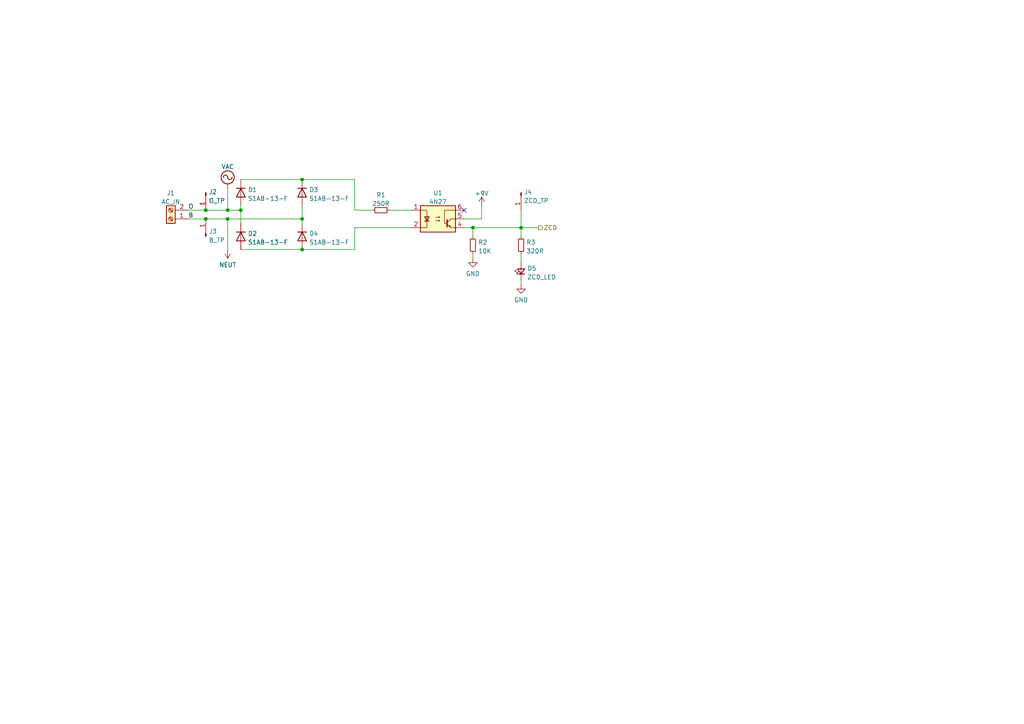
<source format=kicad_sch>
(kicad_sch (version 20211123) (generator eeschema)
  (paper "A4")
  (lib_symbols
    (symbol "Connector:Conn_01x01_Male" (pin_names (offset 1.016) hide)
      (property "Reference" "J" (at 0 2.54 0))
      (property "Value" "Conn_01x01_Male" (at 0 -2.54 0))
      (symbol "Conn_01x01_Male_1_1"
        (polyline (pts (xy 1.27 0) (xy 0.8636 0)) (stroke (width 0.1524)))
        (rectangle (start 0.8636 0.127) (end 0 -0.127) (stroke (width 0.1524)) (fill (type outline)))
        (pin passive line (at 5.08 0 180) (length 3.81) (name "Pin_1") (number "1"))
      )
    )
    (symbol "Connector:Screw_Terminal_01x02" (pin_names (offset 1.016) hide)
      (property "Reference" "J" (at 0 2.54 0))
      (property "Value" "Screw_Terminal_01x02" (at 0 -5.08 0))
      (symbol "Screw_Terminal_01x02_1_1"
        (rectangle (start -1.27 1.27) (end 1.27 -3.81) (stroke (width 0.254)) (fill (type background)))
        (circle (center 0 -2.54) (radius 0.635) (stroke (width 0.1524)))
        (polyline (pts (xy -0.5334 -2.2098) (xy 0.3302 -3.048)) (stroke (width 0.1524)))
        (polyline (pts (xy -0.5334 0.3302) (xy 0.3302 -0.508)) (stroke (width 0.1524)))
        (polyline (pts (xy -0.3556 -2.032) (xy 0.508 -2.8702)) (stroke (width 0.1524)))
        (polyline (pts (xy -0.3556 0.508) (xy 0.508 -0.3302)) (stroke (width 0.1524)))
        (circle (center 0 0) (radius 0.635) (stroke (width 0.1524)))
        (pin passive line (at -5.08 0 0) (length 3.81) (name "Pin_1") (number "1"))
        (pin passive line (at -5.08 -2.54 0) (length 3.81) (name "Pin_2") (number "2"))
      )
    )
    (symbol "Device:LED_Small" (pin_numbers hide) (pin_names (offset 0.254) hide)
      (property "Reference" "D" (at -1.27 3.175 0))
      (property "Value" "LED_Small" (at -4.445 -2.54 0))
      (symbol "LED_Small_0_1"
        (polyline (pts (xy -0.762 -1.016) (xy -0.762 1.016)) (stroke (width 0.254)))
        (polyline (pts (xy 1.016 0) (xy -0.762 0)))
        (polyline (pts (xy 0.762 -1.016) (xy -0.762 0) (xy 0.762 1.016) (xy 0.762 -1.016)) (stroke (width 0.254)))
        (polyline (pts (xy 0 0.762) (xy -0.508 1.27) (xy -0.254 1.27) (xy -0.508 1.27) (xy -0.508 1.016)))
        (polyline (pts (xy 0.508 1.27) (xy 0 1.778) (xy 0.254 1.778) (xy 0 1.778) (xy 0 1.524)))
      )
      (symbol "LED_Small_1_1"
        (pin passive line (at -2.54 0 0) (length 1.778) (name "K") (number "1"))
        (pin passive line (at 2.54 0 180) (length 1.778) (name "A") (number "2"))
      )
    )
    (symbol "Device:R_Small" (pin_numbers hide) (pin_names (offset 0.254) hide)
      (property "Reference" "R" (at 0.762 0.508 0))
      (property "Value" "R_Small" (at 0.762 -1.016 0))
      (symbol "R_Small_0_1"
        (rectangle (start -0.762 1.778) (end 0.762 -1.778) (stroke (width 0.2032)))
      )
      (symbol "R_Small_1_1"
        (pin passive line (at 0 2.54 270) (length 0.762) (name "~") (number "1"))
        (pin passive line (at 0 -2.54 90) (length 0.762) (name "~") (number "2"))
      )
    )
    (symbol "Diode:1N4001" (pin_numbers hide) (pin_names (offset 1.016) hide)
      (property "Reference" "D" (at 0 2.54 0))
      (property "Value" "1N4001" (at 0 -2.54 0))
      (symbol "1N4001_0_1"
        (polyline (pts (xy -1.27 1.27) (xy -1.27 -1.27)) (stroke (width 0.254)))
        (polyline (pts (xy 1.27 0) (xy -1.27 0)))
        (polyline (pts (xy 1.27 1.27) (xy 1.27 -1.27) (xy -1.27 0) (xy 1.27 1.27)) (stroke (width 0.254)))
      )
      (symbol "1N4001_1_1"
        (pin passive line (at -3.81 0 0) (length 2.54) (name "K") (number "1"))
        (pin passive line (at 3.81 0 180) (length 2.54) (name "A") (number "2"))
      )
    )
    (symbol "Isolator:4N27" (pin_names (offset 1.016))
      (property "Reference" "U" (at -5.08 5.08 0))
      (property "Value" "4N27" (at 0 5.08 0))
      (symbol "4N27_0_1"
        (rectangle (start -5.08 3.81) (end 5.08 -3.81) (stroke (width 0.254)) (fill (type background)))
        (polyline (pts (xy -3.81 -0.635) (xy -2.54 -0.635)) (stroke (width 0.254)))
        (polyline (pts (xy 2.667 -1.397) (xy 3.81 -2.54)))
        (polyline (pts (xy 2.667 -1.143) (xy 3.81 0)))
        (polyline (pts (xy 3.81 -2.54) (xy 5.08 -2.54)))
        (polyline (pts (xy 3.81 0) (xy 5.08 0)))
        (polyline (pts (xy 2.667 -0.254) (xy 2.667 -2.286) (xy 2.667 -2.286)) (stroke (width 0.3556)))
        (polyline (pts (xy -5.08 -2.54) (xy -3.175 -2.54) (xy -3.175 2.54) (xy -5.08 2.54)))
        (polyline (pts (xy -3.175 -0.635) (xy -3.81 0.635) (xy -2.54 0.635) (xy -3.175 -0.635)) (stroke (width 0.254)))
        (polyline (pts (xy 3.683 -2.413) (xy 3.429 -1.905) (xy 3.175 -2.159) (xy 3.683 -2.413)))
        (polyline (pts (xy 5.08 2.54) (xy 1.905 2.54) (xy 1.905 -1.27) (xy 2.54 -1.27)))
        (polyline (pts (xy -0.635 -0.508) (xy 0.635 -0.508) (xy 0.254 -0.635) (xy 0.254 -0.381) (xy 0.635 -0.508)))
        (polyline (pts (xy -0.635 0.508) (xy 0.635 0.508) (xy 0.254 0.381) (xy 0.254 0.635) (xy 0.635 0.508)))
      )
      (symbol "4N27_1_1"
        (pin passive line (at -7.62 2.54 0) (length 2.54) (name "~") (number "1"))
        (pin passive line (at -7.62 -2.54 0) (length 2.54) (name "~") (number "2"))
        (pin no_connect line (at -5.08 0 0) (length 2.54) hide (name "NC") (number "3"))
        (pin passive line (at 7.62 -2.54 180) (length 2.54) (name "~") (number "4"))
        (pin passive line (at 7.62 0 180) (length 2.54) (name "~") (number "5"))
        (pin passive line (at 7.62 2.54 180) (length 2.54) (name "~") (number "6"))
      )
    )
    (symbol "power:+9V" (power) (pin_names (offset 0))
      (property "Value" "+9V" (at 0 3.556 0))
      (symbol "+9V_0_1"
        (polyline (pts (xy -0.762 1.27) (xy 0 2.54)))
        (polyline (pts (xy 0 0) (xy 0 2.54)))
        (polyline (pts (xy 0 2.54) (xy 0.762 1.27)))
      )
      (symbol "+9V_1_1"
        (pin power_in line (at 0 0 90) (length 0) hide (name "+9V") (number "1"))
      )
    )
    (symbol "power:GND" (power) (pin_names (offset 0))
      (property "Value" "GND" (at 0 -3.81 0))
      (symbol "GND_0_1"
        (polyline (pts (xy 0 0) (xy 0 -1.27) (xy 1.27 -1.27) (xy 0 -2.54) (xy -1.27 -1.27) (xy 0 -1.27)))
      )
      (symbol "GND_1_1"
        (pin power_in line (at 0 0 270) (length 0) hide (name "GND") (number "1"))
      )
    )
    (symbol "power:NEUT" (power) (pin_names (offset 0))
      (property "Value" "NEUT" (at 0 3.81 0))
      (symbol "NEUT_0_1"
        (polyline (pts (xy -0.762 1.27) (xy 0 2.54)))
        (polyline (pts (xy 0 0) (xy 0 2.54)))
        (polyline (pts (xy 0 2.54) (xy 0.762 1.27)))
      )
      (symbol "NEUT_1_1"
        (pin power_in line (at 0 0 90) (length 0) hide (name "NEUT") (number "1"))
      )
    )
    (symbol "power:VAC" (power) (pin_names (offset 0))
      (property "Value" "VAC" (at 0 6.35 0))
      (symbol "VAC_0_1"
        (polyline (pts (xy 0 0) (xy 0 1.27)))
        (arc (start 0 3.175) (mid -0.635 3.81) (end -1.27 3.175) (stroke (width 0.254)))
        (arc (start 0 3.175) (mid 0.635 2.54) (end 1.27 3.175) (stroke (width 0.254)))
        (circle (center 0 3.175) (radius 1.905) (stroke (width 0.254)))
      )
      (symbol "VAC_1_1"
        (pin power_in line (at 0 0 90) (length 0) hide (name "VAC") (number "1"))
      )
    )
  )
  (junction (at 69.85 60.96))
  (junction (at 87.63 72.39))
  (junction (at 59.69 63.5))
  (junction (at 151.13 66.04))
  (junction (at 87.63 52.07))
  (junction (at 66.04 63.5))
  (junction (at 137.16 66.04))
  (junction (at 59.69 60.96))
  (junction (at 66.04 60.96))
  (junction (at 87.63 63.5))
  (no_connect (at 134.62 60.96))
  (wire (pts (xy 69.85 52.07) (xy 87.63 52.07)))
  (wire (pts (xy 102.87 72.39) (xy 102.87 66.04)))
  (wire (pts (xy 134.62 66.04) (xy 137.16 66.04)))
  (wire (pts (xy 69.85 72.39) (xy 87.63 72.39)))
  (wire (pts (xy 66.04 63.5) (xy 66.04 72.39)))
  (wire (pts (xy 54.61 63.5) (xy 59.69 63.5)))
  (wire (pts (xy 151.13 60.96) (xy 151.13 66.04)))
  (wire (pts (xy 69.85 60.96) (xy 69.85 64.77)))
  (wire (pts (xy 54.61 60.96) (xy 59.69 60.96)))
  (wire (pts (xy 102.87 66.04) (xy 119.38 66.04)))
  (wire (pts (xy 87.63 63.5) (xy 87.63 64.77)))
  (wire (pts (xy 66.04 63.5) (xy 87.63 63.5)))
  (wire (pts (xy 137.16 73.66) (xy 137.16 74.93)))
  (wire (pts (xy 151.13 81.28) (xy 151.13 82.55)))
  (wire (pts (xy 113.03 60.96) (xy 119.38 60.96)))
  (wire (pts (xy 151.13 66.04) (xy 151.13 68.58)))
  (wire (pts (xy 137.16 66.04) (xy 151.13 66.04)))
  (wire (pts (xy 139.7 63.5) (xy 134.62 63.5)))
  (wire (pts (xy 87.63 52.07) (xy 102.87 52.07)))
  (wire (pts (xy 66.04 54.61) (xy 66.04 60.96)))
  (wire (pts (xy 69.85 59.69) (xy 69.85 60.96)))
  (wire (pts (xy 59.69 60.96) (xy 66.04 60.96)))
  (wire (pts (xy 139.7 59.69) (xy 139.7 63.5)))
  (wire (pts (xy 102.87 60.96) (xy 107.95 60.96)))
  (wire (pts (xy 151.13 73.66) (xy 151.13 76.2)))
  (wire (pts (xy 137.16 66.04) (xy 137.16 68.58)))
  (wire (pts (xy 87.63 59.69) (xy 87.63 63.5)))
  (wire (pts (xy 102.87 52.07) (xy 102.87 60.96)))
  (wire (pts (xy 66.04 60.96) (xy 69.85 60.96)))
  (wire (pts (xy 87.63 72.39) (xy 102.87 72.39)))
  (wire (pts (xy 59.69 63.5) (xy 66.04 63.5)))
  (wire (pts (xy 151.13 66.04) (xy 156.21 66.04)))
  (label "O" (at 54.61 60.96 0))
  (label "B" (at 54.61 63.5 0))
  (hierarchical_label "ZCD" (shape output) (at 156.21 66.04 0))
  (symbol (lib_id "Device:LED_Small") (at 151.13 78.74 90) (unit 1)
    (property "Reference" "D5" (at 152.908 77.8418 90) (effects (justify right)))
    (property "Value" "ZCD_LED" (at 152.908 80.3787 90) (effects (justify right)))
    (property "Footprint" "LED_SMD:LED_1206_3216Metric" (effects hide))
  )
  (symbol (lib_id "Device:R_Small") (at 110.49 60.96 90) (unit 1)
    (property "Reference" "R1" (at 110.49 56.5236 90))
    (property "Value" "250R" (at 110.49 59.0605 90))
    (property "Footprint" "Resistor_SMD:R_1206_3216Metric" (effects hide))
  )
  (symbol (lib_id "Connector:Screw_Terminal_01x02") (at 49.53 63.5 180) (unit 1)
    (property "Reference" "J1" (at 49.53 55.9902 0))
    (property "Value" "AC_IN" (at 49.53 58.5271 0))
    (property "Footprint" "mt_lib:CTB0118_2" (effects hide))
  )
  (symbol (lib_id "Diode:1N4001") (at 87.63 68.58 270) (unit 1)
    (property "Reference" "D4" (at 89.662 67.7453 90) (effects (justify left)))
    (property "Value" "S1AB-13-F" (at 89.662 70.2822 90) (effects (justify left)))
    (property "Footprint" "Diode_SMD:D_SMB" (effects hide))
    (property "Datasheet" "http://www.vishay.com/docs/88503/1n4001.pdf" (effects hide))
  )
  (symbol (lib_id "Connector:Conn_01x01_Male") (at 59.69 55.88 270) (unit 1)
    (property "Reference" "J2" (at 60.5282 55.6803 90) (effects (justify left)))
    (property "Value" "O_TP" (at 60.5282 58.2172 90) (effects (justify left)))
    (property "Footprint" "Connector_PinHeader_2.54mm:PinHeader_1x01_P2.54mm_Vertical" (effects hide))
  )
  (symbol (lib_id "Connector:Conn_01x01_Male") (at 59.69 68.58 90) (unit 1)
    (property "Reference" "J3" (at 60.5282 67.1103 90) (effects (justify right)))
    (property "Value" "B_TP" (at 60.5282 69.6472 90) (effects (justify right)))
    (property "Footprint" "Connector_PinHeader_2.54mm:PinHeader_1x01_P2.54mm_Vertical" (effects hide))
  )
  (symbol (lib_id "Isolator:4N27") (at 127 63.5 0) (unit 1)
    (property "Reference" "U1" (at 127 55.9902 0))
    (property "Value" "4N27" (at 127 58.5271 0))
    (property "Footprint" "Package_DIP:DIP-6_W7.62mm" (effects hide))
    (property "Datasheet" "https://www.vishay.com/docs/83725/4n25.pdf" (effects hide))
  )
  (symbol (lib_id "Diode:1N4001") (at 69.85 55.88 270) (unit 1)
    (property "Reference" "D1" (at 71.882 55.0453 90) (effects (justify left)))
    (property "Value" "S1AB-13-F" (at 71.882 57.5822 90) (effects (justify left)))
    (property "Footprint" "Diode_SMD:D_SMB" (effects hide))
    (property "Datasheet" "http://www.vishay.com/docs/88503/1n4001.pdf" (effects hide))
  )
  (symbol (lib_id "Device:R_Small") (at 137.16 71.12 0) (unit 1)
    (property "Reference" "R2" (at 138.6586 70.2853 0) (effects (justify left)))
    (property "Value" "10K" (at 138.6586 72.8222 0) (effects (justify left)))
    (property "Footprint" "Resistor_SMD:R_1206_3216Metric" (effects hide))
  )
  (symbol (lib_id "Connector:Conn_01x01_Male") (at 151.13 55.88 270) (unit 1)
    (property "Reference" "J4" (at 151.9682 55.6803 90) (effects (justify left)))
    (property "Value" "ZCD_TP" (at 151.9682 58.2172 90) (effects (justify left)))
    (property "Footprint" "Connector_PinHeader_2.54mm:PinHeader_1x01_P2.54mm_Vertical" (effects hide))
  )
  (symbol (lib_id "power:GND") (at 137.16 74.93 0) (unit 1)
    (property "Reference" "#PWR03" (effects hide))
    (property "Value" "GND" (at 137.16 79.3734 0))
  )
  (symbol (lib_id "power:+9V") (at 139.7 59.69 0) (unit 1)
    (property "Reference" "#PWR04" (effects hide))
    (property "Value" "+9V" (at 139.7 56.1142 0))
  )
  (symbol (lib_id "power:VAC") (at 66.04 54.61 0) (unit 1)
    (property "Reference" "#PWR01" (effects hide))
    (property "Value" "VAC" (at 66.04 48.3672 0))
  )
  (symbol (lib_id "Diode:1N4001") (at 69.85 68.58 270) (unit 1)
    (property "Reference" "D2" (at 71.882 67.7453 90) (effects (justify left)))
    (property "Value" "S1AB-13-F" (at 71.882 70.2822 90) (effects (justify left)))
    (property "Footprint" "Diode_SMD:D_SMB" (effects hide))
    (property "Datasheet" "http://www.vishay.com/docs/88503/1n4001.pdf" (effects hide))
  )
  (symbol (lib_id "Device:R_Small") (at 151.13 71.12 0) (unit 1)
    (property "Reference" "R3" (at 152.6286 70.2853 0) (effects (justify left)))
    (property "Value" "320R" (at 152.6286 72.8222 0) (effects (justify left)))
    (property "Footprint" "Resistor_SMD:R_1206_3216Metric" (effects hide))
  )
  (symbol (lib_id "Diode:1N4001") (at 87.63 55.88 270) (unit 1)
    (property "Reference" "D3" (at 89.662 55.0453 90) (effects (justify left)))
    (property "Value" "S1AB-13-F" (at 89.662 57.5822 90) (effects (justify left)))
    (property "Footprint" "Diode_SMD:D_SMB" (effects hide))
    (property "Datasheet" "http://www.vishay.com/docs/88503/1n4001.pdf" (effects hide))
  )
  (symbol (lib_id "power:GND") (at 151.13 82.55 0) (unit 1)
    (property "Reference" "#PWR05" (effects hide))
    (property "Value" "GND" (at 151.13 86.9934 0))
  )
  (symbol (lib_id "power:NEUT") (at 66.04 72.39 180) (unit 1)
    (property "Reference" "#PWR02" (effects hide))
    (property "Value" "NEUT" (at 66.04 76.8334 0))
  )
)
</source>
